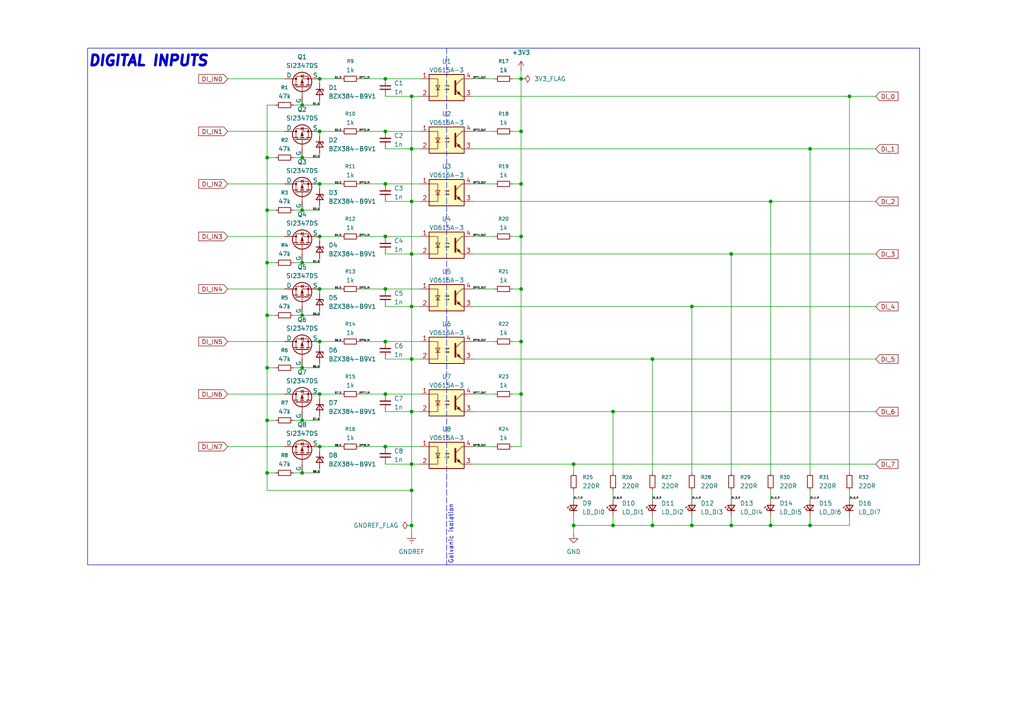
<source format=kicad_sch>
(kicad_sch (version 20250114) (generator "eeschema") (generator_version "9.0")
  (paper "A4")
  (title_block (title "PLC on STM - Digital Input Shield") (date "2026-01-07") (company "Author: Grzegorz Potocki"))
  (rectangle (start 25.4 13.97) (end 266.7 163.83))
  (text "DIGITAL INPUTS" (at 25.4 17.78 0) (effects (font (size 3 3) (thickness 2) (bold yes) (italic yes)) (justify left)))
  (text "Galvanic isolation" (at 130.81 154.94 90) (effects (font (size 1.27 1.27))))
  (junction (at 119.38 43.18))
  (junction (at 92.71 22.86))
  (junction (at 92.71 129.54))
  (junction (at 92.71 53.34))
  (junction (at 212.09 73.66))
  (junction (at 119.38 88.9))
  (junction (at 111.76 83.82))
  (junction (at 111.76 53.34))
  (junction (at 92.71 38.1))
  (junction (at 119.38 119.38))
  (junction (at 119.38 142.24))
  (junction (at 189.23 152.4))
  (junction (at 119.38 152.4))
  (junction (at 111.76 68.58))
  (junction (at 87.63 45.72))
  (junction (at 77.47 121.92))
  (junction (at 77.47 137.16))
  (junction (at 87.63 91.44))
  (junction (at 177.8 119.38))
  (junction (at 92.71 68.58))
  (junction (at 119.38 73.66))
  (junction (at 77.47 60.96))
  (junction (at 189.23 104.14))
  (junction (at 87.63 137.16))
  (junction (at 111.76 114.3))
  (junction (at 246.38 27.94))
  (junction (at 87.63 60.96))
  (junction (at 87.63 106.68))
  (junction (at 77.47 76.2))
  (junction (at 111.76 22.86))
  (junction (at 151.13 114.3))
  (junction (at 151.13 53.34))
  (junction (at 234.95 43.18))
  (junction (at 119.38 104.14))
  (junction (at 200.66 152.4))
  (junction (at 177.8 152.4))
  (junction (at 234.95 152.4))
  (junction (at 87.63 76.2))
  (junction (at 119.38 58.42))
  (junction (at 151.13 68.58))
  (junction (at 212.09 152.4))
  (junction (at 87.63 30.48))
  (junction (at 92.71 99.06))
  (junction (at 77.47 45.72))
  (junction (at 111.76 129.54))
  (junction (at 119.38 134.62))
  (junction (at 111.76 99.06))
  (junction (at 223.52 58.42))
  (junction (at 151.13 38.1))
  (junction (at 92.71 114.3))
  (junction (at 223.52 152.4))
  (junction (at 119.38 27.94))
  (junction (at 151.13 99.06))
  (junction (at 77.47 91.44))
  (junction (at 200.66 88.9))
  (junction (at 166.37 152.4))
  (junction (at 111.76 38.1))
  (junction (at 166.37 134.62))
  (junction (at 151.13 83.82))
  (junction (at 87.63 121.92))
  (junction (at 77.47 106.68))
  (junction (at 151.13 22.86))
  (junction (at 92.71 83.82))
  (wire (pts (xy 66.04 99.06) (xy 82.55 99.06)))
  (wire (pts (xy 137.16 58.42) (xy 223.52 58.42)))
  (wire (pts (xy 111.76 114.3) (xy 121.92 114.3)))
  (wire (pts (xy 119.38 73.66) (xy 119.38 88.9)))
  (wire (pts (xy 85.09 76.2) (xy 87.63 76.2)))
  (wire (pts (xy 212.09 152.4) (xy 223.52 152.4)))
  (wire (pts (xy 148.59 114.3) (xy 151.13 114.3)))
  (wire (pts (xy 111.76 43.18) (xy 119.38 43.18)))
  (wire (pts (xy 104.14 22.86) (xy 111.76 22.86)))
  (wire (pts (xy 121.92 119.38) (xy 119.38 119.38)))
  (wire (pts (xy 111.76 88.9) (xy 119.38 88.9)))
  (wire (pts (xy 104.14 114.3) (xy 111.76 114.3)))
  (wire (pts (xy 223.52 152.4) (xy 234.95 152.4)))
  (wire (pts (xy 111.76 53.34) (xy 121.92 53.34)))
  (wire (pts (xy 85.09 45.72) (xy 87.63 45.72)))
  (wire (pts (xy 77.47 60.96) (xy 77.47 76.2)))
  (wire (pts (xy 66.04 114.3) (xy 82.55 114.3)))
  (wire (pts (xy 148.59 38.1) (xy 151.13 38.1)))
  (wire (pts (xy 137.16 134.62) (xy 166.37 134.62)))
  (wire (pts (xy 119.38 43.18) (xy 119.38 58.42)))
  (wire (pts (xy 66.04 38.1) (xy 82.55 38.1)))
  (wire (pts (xy 119.38 119.38) (xy 119.38 134.62)))
  (wire (pts (xy 119.38 134.62) (xy 119.38 142.24)))
  (wire (pts (xy 246.38 27.94) (xy 254 27.94)))
  (wire (pts (xy 137.16 43.18) (xy 234.95 43.18)))
  (wire (pts (xy 212.09 142.24) (xy 212.09 144.78)))
  (wire (pts (xy 177.8 142.24) (xy 177.8 144.78)))
  (wire (pts (xy 137.16 88.9) (xy 200.66 88.9)))
  (wire (pts (xy 77.47 121.92) (xy 80.01 121.92)))
  (wire (pts (xy 111.76 83.82) (xy 121.92 83.82)))
  (wire (pts (xy 92.71 74.93) (xy 92.71 76.2)))
  (wire (pts (xy 92.71 105.41) (xy 92.71 106.68)))
  (wire (pts (xy 66.04 68.58) (xy 82.55 68.58)))
  (wire (pts (xy 212.09 73.66) (xy 254 73.66)))
  (wire (pts (xy 92.71 135.89) (xy 92.71 137.16)))
  (wire (pts (xy 92.71 129.54) (xy 99.06 129.54)))
  (wire (pts (xy 189.23 104.14) (xy 254 104.14)))
  (wire (pts (xy 77.47 137.16) (xy 80.01 137.16)))
  (wire (pts (xy 77.47 76.2) (xy 77.47 91.44)))
  (wire (pts (xy 92.71 38.1) (xy 99.06 38.1)))
  (wire (pts (xy 92.71 106.68) (xy 87.63 106.68)))
  (wire (pts (xy 166.37 142.24) (xy 166.37 144.78)))
  (wire (pts (xy 92.71 114.3) (xy 92.71 115.57)))
  (wire (pts (xy 119.38 152.4) (xy 119.38 154.94)))
  (wire (pts (xy 137.16 27.94) (xy 246.38 27.94)))
  (wire (pts (xy 92.71 83.82) (xy 99.06 83.82)))
  (wire (pts (xy 77.47 76.2) (xy 80.01 76.2)))
  (wire (pts (xy 200.66 152.4) (xy 212.09 152.4)))
  (wire (pts (xy 151.13 68.58) (xy 151.13 83.82)))
  (wire (pts (xy 92.71 53.34) (xy 99.06 53.34)))
  (wire (pts (xy 85.09 30.48) (xy 87.63 30.48)))
  (wire (pts (xy 77.47 30.48) (xy 80.01 30.48)))
  (wire (pts (xy 77.47 45.72) (xy 77.47 60.96)))
  (wire (pts (xy 111.76 22.86) (xy 121.92 22.86)))
  (wire (pts (xy 92.71 120.65) (xy 92.71 121.92)))
  (wire (pts (xy 119.38 104.14) (xy 119.38 119.38)))
  (wire (pts (xy 119.38 58.42) (xy 119.38 73.66)))
  (wire (pts (xy 111.76 38.1) (xy 121.92 38.1)))
  (wire (pts (xy 200.66 142.24) (xy 200.66 144.78)))
  (wire (pts (xy 104.14 99.06) (xy 111.76 99.06)))
  (wire (pts (xy 200.66 88.9) (xy 254 88.9)))
  (wire (pts (xy 223.52 58.42) (xy 223.52 137.16)))
  (wire (pts (xy 77.47 106.68) (xy 77.47 121.92)))
  (wire (pts (xy 234.95 43.18) (xy 234.95 137.16)))
  (wire (pts (xy 104.14 83.82) (xy 111.76 83.82)))
  (wire (pts (xy 104.14 68.58) (xy 111.76 68.58)))
  (wire (pts (xy 119.38 27.94) (xy 119.38 43.18)))
  (wire (pts (xy 137.16 38.1) (xy 143.51 38.1)))
  (wire (pts (xy 151.13 22.86) (xy 151.13 38.1)))
  (wire (pts (xy 66.04 53.34) (xy 82.55 53.34)))
  (wire (pts (xy 104.14 53.34) (xy 111.76 53.34)))
  (wire (pts (xy 148.59 68.58) (xy 151.13 68.58)))
  (wire (pts (xy 92.71 99.06) (xy 99.06 99.06)))
  (wire (pts (xy 200.66 149.86) (xy 200.66 152.4)))
  (wire (pts (xy 121.92 58.42) (xy 119.38 58.42)))
  (wire (pts (xy 85.09 121.92) (xy 87.63 121.92)))
  (wire (pts (xy 137.16 68.58) (xy 143.51 68.58)))
  (wire (pts (xy 92.71 76.2) (xy 87.63 76.2)))
  (wire (pts (xy 92.71 99.06) (xy 92.71 100.33)))
  (wire (pts (xy 121.92 134.62) (xy 119.38 134.62)))
  (wire (pts (xy 234.95 152.4) (xy 246.38 152.4)))
  (wire (pts (xy 151.13 114.3) (xy 151.13 129.54)))
  (wire (pts (xy 111.76 27.94) (xy 119.38 27.94)))
  (wire (pts (xy 66.04 129.54) (xy 82.55 129.54)))
  (wire (pts (xy 151.13 99.06) (xy 148.59 99.06)))
  (wire (pts (xy 151.13 129.54) (xy 148.59 129.54)))
  (wire (pts (xy 234.95 149.86) (xy 234.95 152.4)))
  (wire (pts (xy 151.13 38.1) (xy 151.13 53.34)))
  (wire (pts (xy 92.71 68.58) (xy 99.06 68.58)))
  (wire (pts (xy 151.13 53.34) (xy 151.13 68.58)))
  (wire (pts (xy 246.38 142.24) (xy 246.38 144.78)))
  (wire (pts (xy 92.71 91.44) (xy 87.63 91.44)))
  (wire (pts (xy 92.71 44.45) (xy 92.71 45.72)))
  (wire (pts (xy 92.71 114.3) (xy 99.06 114.3)))
  (wire (pts (xy 77.47 91.44) (xy 77.47 106.68)))
  (wire (pts (xy 77.47 60.96) (xy 80.01 60.96)))
  (wire (pts (xy 121.92 43.18) (xy 119.38 43.18)))
  (wire (pts (xy 121.92 104.14) (xy 119.38 104.14)))
  (wire (pts (xy 151.13 99.06) (xy 151.13 114.3)))
  (wire (pts (xy 92.71 121.92) (xy 87.63 121.92)))
  (wire (pts (xy 177.8 152.4) (xy 189.23 152.4)))
  (wire (pts (xy 148.59 22.86) (xy 151.13 22.86)))
  (wire (pts (xy 148.59 83.82) (xy 151.13 83.82)))
  (wire (pts (xy 137.16 104.14) (xy 189.23 104.14)))
  (wire (pts (xy 77.47 30.48) (xy 77.47 45.72)))
  (wire (pts (xy 137.16 119.38) (xy 177.8 119.38)))
  (wire (pts (xy 166.37 152.4) (xy 166.37 154.94)))
  (wire (pts (xy 137.16 99.06) (xy 143.51 99.06)))
  (wire (pts (xy 85.09 91.44) (xy 87.63 91.44)))
  (wire (pts (xy 166.37 134.62) (xy 166.37 137.16)))
  (wire (pts (xy 148.59 53.34) (xy 151.13 53.34)))
  (wire (pts (xy 137.16 73.66) (xy 212.09 73.66)))
  (wire (pts (xy 189.23 104.14) (xy 189.23 137.16)))
  (wire (pts (xy 177.8 119.38) (xy 177.8 137.16)))
  (wire (pts (xy 189.23 142.24) (xy 189.23 144.78)))
  (wire (pts (xy 177.8 149.86) (xy 177.8 152.4)))
  (wire (pts (xy 151.13 83.82) (xy 151.13 99.06)))
  (wire (pts (xy 85.09 106.68) (xy 87.63 106.68)))
  (wire (pts (xy 77.47 121.92) (xy 77.47 137.16)))
  (wire (pts (xy 137.16 83.82) (xy 143.51 83.82)))
  (wire (pts (xy 177.8 119.38) (xy 254 119.38)))
  (wire (pts (xy 137.16 129.54) (xy 143.51 129.54)))
  (wire (pts (xy 92.71 29.21) (xy 92.71 30.48)))
  (wire (pts (xy 92.71 137.16) (xy 87.63 137.16)))
  (wire (pts (xy 104.14 129.54) (xy 111.76 129.54)))
  (wire (pts (xy 189.23 152.4) (xy 200.66 152.4)))
  (wire (pts (xy 111.76 68.58) (xy 121.92 68.58)))
  (wire (pts (xy 121.92 27.94) (xy 119.38 27.94)))
  (wire (pts (xy 200.66 88.9) (xy 200.66 137.16)))
  (wire (pts (xy 66.04 22.86) (xy 82.55 22.86)))
  (wire (pts (xy 234.95 43.18) (xy 254 43.18)))
  (wire (pts (xy 121.92 88.9) (xy 119.38 88.9)))
  (wire (pts (xy 166.37 134.62) (xy 254 134.62)))
  (wire (pts (xy 246.38 149.86) (xy 246.38 152.4)))
  (wire (pts (xy 111.76 119.38) (xy 119.38 119.38)))
  (wire (pts (xy 92.71 45.72) (xy 87.63 45.72)))
  (wire (pts (xy 234.95 142.24) (xy 234.95 144.78)))
  (wire (pts (xy 104.14 38.1) (xy 111.76 38.1)))
  (wire (pts (xy 111.76 99.06) (xy 121.92 99.06)))
  (wire (pts (xy 92.71 59.69) (xy 92.71 60.96)))
  (wire (pts (xy 151.13 20.32) (xy 151.13 22.86)))
  (wire (pts (xy 119.38 142.24) (xy 119.38 152.4)))
  (wire (pts (xy 137.16 22.86) (xy 143.51 22.86)))
  (wire (pts (xy 92.71 129.54) (xy 92.71 130.81)))
  (wire (pts (xy 77.47 91.44) (xy 80.01 91.44)))
  (wire (pts (xy 223.52 142.24) (xy 223.52 144.78)))
  (polyline (pts (xy 129.54 13.97) (xy 129.54 163.83)) (stroke (width 0) (type dash)))
  (wire (pts (xy 77.47 142.24) (xy 119.38 142.24)))
  (wire (pts (xy 92.71 22.86) (xy 92.71 24.13)))
  (wire (pts (xy 92.71 68.58) (xy 92.71 69.85)))
  (wire (pts (xy 111.76 58.42) (xy 119.38 58.42)))
  (wire (pts (xy 166.37 152.4) (xy 177.8 152.4)))
  (wire (pts (xy 92.71 90.17) (xy 92.71 91.44)))
  (wire (pts (xy 212.09 149.86) (xy 212.09 152.4)))
  (wire (pts (xy 111.76 104.14) (xy 119.38 104.14)))
  (wire (pts (xy 92.71 53.34) (xy 92.71 54.61)))
  (wire (pts (xy 111.76 134.62) (xy 119.38 134.62)))
  (wire (pts (xy 137.16 114.3) (xy 143.51 114.3)))
  (wire (pts (xy 77.47 137.16) (xy 77.47 142.24)))
  (wire (pts (xy 77.47 45.72) (xy 80.01 45.72)))
  (wire (pts (xy 111.76 129.54) (xy 121.92 129.54)))
  (wire (pts (xy 92.71 38.1) (xy 92.71 39.37)))
  (wire (pts (xy 246.38 27.94) (xy 246.38 137.16)))
  (wire (pts (xy 223.52 149.86) (xy 223.52 152.4)))
  (wire (pts (xy 92.71 83.82) (xy 92.71 85.09)))
  (wire (pts (xy 85.09 137.16) (xy 87.63 137.16)))
  (wire (pts (xy 92.71 30.48) (xy 87.63 30.48)))
  (wire (pts (xy 212.09 73.66) (xy 212.09 137.16)))
  (wire (pts (xy 77.47 106.68) (xy 80.01 106.68)))
  (wire (pts (xy 92.71 60.96) (xy 87.63 60.96)))
  (wire (pts (xy 66.04 83.82) (xy 82.55 83.82)))
  (wire (pts (xy 111.76 73.66) (xy 119.38 73.66)))
  (wire (pts (xy 166.37 149.86) (xy 166.37 152.4)))
  (wire (pts (xy 189.23 149.86) (xy 189.23 152.4)))
  (wire (pts (xy 119.38 88.9) (xy 119.38 104.14)))
  (wire (pts (xy 137.16 53.34) (xy 143.51 53.34)))
  (wire (pts (xy 223.52 58.42) (xy 254 58.42)))
  (wire (pts (xy 121.92 73.66) (xy 119.38 73.66)))
  (wire (pts (xy 92.71 22.86) (xy 99.06 22.86)))
  (wire (pts (xy 85.09 60.96) (xy 87.63 60.96)))
  (label "OPT8_IN" (at 104.14 129.54 0) (effects (font (size 0.5 0.5))))
  (label "Q4_S" (at 99.06 68.58 180) (effects (font (size 0.5 0.5))))
  (label "Q4_G" (at 92.71 76.2 180) (effects (font (size 0.5 0.5))))
  (label "OPT5_OUT" (at 137.16 83.82 0) (effects (font (size 0.5 0.5))))
  (label "Q3_G" (at 92.71 60.96 180) (effects (font (size 0.5 0.5))))
  (label "DI_3_R" (at 212.09 144.78 0) (effects (font (size 0.5 0.5))))
  (label "OPT1_IN" (at 104.14 22.86 0) (effects (font (size 0.5 0.5))))
  (label "Q1_S" (at 99.06 22.86 180) (effects (font (size 0.5 0.5))))
  (label "Q5_S" (at 99.06 83.82 180) (effects (font (size 0.5 0.5))))
  (label "Q6_G" (at 92.71 106.68 180) (effects (font (size 0.5 0.5))))
  (label "OPT7_IN" (at 104.14 114.3 0) (effects (font (size 0.5 0.5))))
  (label "DI_2_R" (at 223.52 144.78 0) (effects (font (size 0.5 0.5))))
  (label "DI_5_R" (at 189.23 144.78 0) (effects (font (size 0.5 0.5))))
  (label "OPT3_OUT" (at 137.16 53.34 0) (effects (font (size 0.5 0.5))))
  (label "DI_4_R" (at 200.66 144.78 0) (effects (font (size 0.5 0.5))))
  (label "OPT5_IN" (at 104.14 83.82 0) (effects (font (size 0.5 0.5))))
  (label "OPT3_IN" (at 104.14 53.34 0) (effects (font (size 0.5 0.5))))
  (label "Q3_S" (at 99.06 53.34 180) (effects (font (size 0.5 0.5))))
  (label "DI_7_R" (at 166.37 144.78 0) (effects (font (size 0.5 0.5))))
  (label "OPT6_OUT" (at 137.16 99.06 0) (effects (font (size 0.5 0.5))))
  (label "Q1_G" (at 92.71 30.48 180) (effects (font (size 0.5 0.5))))
  (label "Q5_G" (at 92.71 91.44 180) (effects (font (size 0.5 0.5))))
  (label "Q8_S" (at 99.06 129.54 180) (effects (font (size 0.5 0.5))))
  (label "Q6_S" (at 99.06 99.06 180) (effects (font (size 0.5 0.5))))
  (label "OPT2_IN" (at 104.14 38.1 0) (effects (font (size 0.5 0.5))))
  (label "OPT7_OUT" (at 137.16 114.3 0) (effects (font (size 0.5 0.5))))
  (label "OPT1_OUT" (at 137.16 22.86 0) (effects (font (size 0.5 0.5))))
  (label "Q2_S" (at 99.06 38.1 180) (effects (font (size 0.5 0.5))))
  (label "DI_1_R" (at 234.95 144.78 0) (effects (font (size 0.5 0.5))))
  (label "Q7_S" (at 99.06 114.3 180) (effects (font (size 0.5 0.5))))
  (label "Q8_G" (at 92.71 137.16 180) (effects (font (size 0.5 0.5))))
  (label "OPT4_IN" (at 104.14 68.58 0) (effects (font (size 0.5 0.5))))
  (label "OPT4_OUT" (at 137.16 68.58 0) (effects (font (size 0.5 0.5))))
  (label "Q2_G" (at 92.71 45.72 180) (effects (font (size 0.5 0.5))))
  (label "DI_6_R" (at 177.8 144.78 0) (effects (font (size 0.5 0.5))))
  (label "OPT6_IN" (at 104.14 99.06 0) (effects (font (size 0.5 0.5))))
  (label "Q7_G" (at 92.71 121.92 180) (effects (font (size 0.5 0.5))))
  (label "OPT2_OUT" (at 137.16 38.1 0) (effects (font (size 0.5 0.5))))
  (label "OPT8_OUT" (at 137.16 129.54 0) (effects (font (size 0.5 0.5))))
  (label "DI_0_R" (at 246.38 144.78 0) (effects (font (size 0.5 0.5))))
  (global_label "DI_0" (shape input) (at 254 27.94 0) (property "Intersheetrefs" "${INTERSHEET_REFS}" (effects (hide yes))))
  (global_label "DI_5" (shape input) (at 254 104.14 0) (property "Intersheetrefs" "${INTERSHEET_REFS}" (effects (hide yes))))
  (global_label "DI_1" (shape input) (at 254 43.18 0) (property "Intersheetrefs" "${INTERSHEET_REFS}" (effects (hide yes))))
  (global_label "DI_IN2" (shape input) (at 66.04 53.34 180) (property "Intersheetrefs" "${INTERSHEET_REFS}" (effects (hide yes))))
  (global_label "DI_IN6" (shape input) (at 66.04 114.3 180) (property "Intersheetrefs" "${INTERSHEET_REFS}" (effects (hide yes))))
  (global_label "DI_3" (shape input) (at 254 73.66 0) (property "Intersheetrefs" "${INTERSHEET_REFS}" (effects (hide yes))))
  (global_label "DI_2" (shape input) (at 254 58.42 0) (property "Intersheetrefs" "${INTERSHEET_REFS}" (effects (hide yes))))
  (global_label "DI_IN4" (shape input) (at 66.04 83.82 180) (property "Intersheetrefs" "${INTERSHEET_REFS}" (effects (hide yes))))
  (global_label "DI_IN3" (shape input) (at 66.04 68.58 180) (property "Intersheetrefs" "${INTERSHEET_REFS}" (effects (hide yes))))
  (global_label "DI_IN5" (shape input) (at 66.04 99.06 180) (property "Intersheetrefs" "${INTERSHEET_REFS}" (effects (hide yes))))
  (global_label "DI_7" (shape input) (at 254 134.62 0) (property "Intersheetrefs" "${INTERSHEET_REFS}" (effects (hide yes))))
  (global_label "DI_4" (shape input) (at 254 88.9 0) (property "Intersheetrefs" "${INTERSHEET_REFS}" (effects (hide yes))))
  (global_label "DI_6" (shape input) (at 254 119.38 0) (property "Intersheetrefs" "${INTERSHEET_REFS}" (effects (hide yes))))
  (global_label "DI_IN7" (shape input) (at 66.04 129.54 180) (property "Intersheetrefs" "${INTERSHEET_REFS}" (effects (hide yes))))
  (global_label "DI_IN0" (shape input) (at 66.04 22.86 180) (property "Intersheetrefs" "${INTERSHEET_REFS}" (effects (hide yes))))
  (global_label "DI_IN1" (shape input) (at 66.04 38.1 180) (property "Intersheetrefs" "${INTERSHEET_REFS}" (effects (hide yes))))
  (symbol (lib_id "Device:C_Small") (at 111.76 71.12 180) (unit 1)
    (property "Reference" "C4" (at 114.3 69.8435 0) (effects (justify right)))
    (property "Value" "1n" (at 114.3 72.3835 0) (effects (justify right)))
    (property "Footprint" "Capacitor_SMD:C_0603_1608Metric_Pad1.08x0.95mm_HandSolder" (effects (hide yes)))
    (property "Description" "Unpolarized capacitor, small symbol" (effects (hide yes)))
    (property "Mouser Part Number" "81-GRT1885C1E102JA2D" (effects (hide yes)))
    (property "Mouser Price/Stock" "https://www.mouser.pl/ProductDetail/Murata-Electronics/GRT1885C1E102JA02D?qs=qkDYIeTQ%252BEmh6u7C%2F8a9Fg%3D%3D" (effects (hide yes)))
  )
  (symbol (lib_id "Device:R_Small") (at 82.55 91.44 90) (unit 1)
    (property "Reference" "R5" (at 82.55 86.36 90) (effects (font (size 1.016 1.016))))
    (property "Value" "47k" (at 82.55 88.9 90))
    (property "Footprint" "Resistor_SMD:R_0603_1608Metric_Pad0.98x0.95mm_HandSolder" (effects (hide yes)))
    (property "Description" "Resistor, small symbol" (effects (hide yes)))
    (property "Mouser Part Number" "71-CRCW0603-47K-E3" (effects (hide yes)))
    (property "Mouser Price/Stock" "https://www.mouser.pl/ProductDetail/Vishay/CRCW060347K0FKEA?qs=yJVtgANCw03gcaACf6JZKA%3D%3D" (effects (hide yes)))
  )
  (symbol (lib_id "Device:C_Small") (at 111.76 86.36 180) (unit 1)
    (property "Reference" "C5" (at 114.3 85.0835 0) (effects (justify right)))
    (property "Value" "1n" (at 114.3 87.6235 0) (effects (justify right)))
    (property "Footprint" "Capacitor_SMD:C_0603_1608Metric_Pad1.08x0.95mm_HandSolder" (effects (hide yes)))
    (property "Description" "Unpolarized capacitor, small symbol" (effects (hide yes)))
    (property "Mouser Part Number" "81-GRT1885C1E102JA2D" (effects (hide yes)))
    (property "Mouser Price/Stock" "https://www.mouser.pl/ProductDetail/Murata-Electronics/GRT1885C1E102JA02D?qs=qkDYIeTQ%252BEmh6u7C%2F8a9Fg%3D%3D" (effects (hide yes)))
  )
  (symbol (lib_id "Device:R_Small") (at 101.6 129.54 90) (unit 1)
    (property "Reference" "R16" (at 101.6 124.46 90) (effects (font (size 1.016 1.016))))
    (property "Value" "1k" (at 101.6 127 90))
    (property "Footprint" "Resistor_SMD:R_0603_1608Metric_Pad0.98x0.95mm_HandSolder" (effects (hide yes)))
    (property "Description" "Resistor, small symbol" (effects (hide yes)))
    (property "Mouser Part Number" "71-CRCW06031K00FKED" (effects (hide yes)))
    (property "Mouser Price/Stock" "https://www.mouser.pl/ProductDetail/Vishay/CRCW06031K00FKED?qs=sGAEpiMZZMtlubZbdhIBIKbhzOdzan%2FGTch9K0lp5pQ%3D" (effects (hide yes)))
  )
  (symbol (lib_id "Device:R_Small") (at 82.55 106.68 90) (unit 1)
    (property "Reference" "R6" (at 82.55 101.6 90) (effects (font (size 1.016 1.016))))
    (property "Value" "47k" (at 82.55 104.14 90))
    (property "Footprint" "Resistor_SMD:R_0603_1608Metric_Pad0.98x0.95mm_HandSolder" (effects (hide yes)))
    (property "Description" "Resistor, small symbol" (effects (hide yes)))
    (property "Mouser Part Number" "71-CRCW0603-47K-E3" (effects (hide yes)))
    (property "Mouser Price/Stock" "https://www.mouser.pl/ProductDetail/Vishay/CRCW060347K0FKEA?qs=yJVtgANCw03gcaACf6JZKA%3D%3D" (effects (hide yes)))
  )
  (symbol (lib_id "power:PWR_FLAG") (at 151.13 22.86 270) (mirror x) (unit 1)
    (property "Reference" "#FLG02" (effects (hide yes)))
    (property "Value" "3V3_FLAG" (at 154.94 22.8601 90) (effects (justify left)))
    (property "Description" "Special symbol for telling ERC where power comes from" (effects (hide yes)))
  )
  (symbol (lib_id "Isolator:VO615A-3") (at 129.54 116.84 0) (unit 1)
    (property "Reference" "U7" (at 129.54 109.22 0))
    (property "Value" "VO615A-3" (at 129.54 111.76 0))
    (property "Footprint" "Package_DIP:DIP-4_W8.89mm_SMDSocket_LongPads" (effects (hide yes)))
    (property "Datasheet" "http://www.vishay.com/docs/81753/vo615a.pdf" (effects (hide yes)))
    (property "Description" "DC Optocoupler, Vce 70V, CTR 100-200% @ 10mA, Viso 5000Vrms, DIP4" (effects (hide yes)))
  )
  (symbol (lib_id "Device:C_Small") (at 111.76 55.88 180) (unit 1)
    (property "Reference" "C3" (at 114.3 54.6035 0) (effects (justify right)))
    (property "Value" "1n" (at 114.3 57.1435 0) (effects (justify right)))
    (property "Footprint" "Capacitor_SMD:C_0603_1608Metric_Pad1.08x0.95mm_HandSolder" (effects (hide yes)))
    (property "Description" "Unpolarized capacitor, small symbol" (effects (hide yes)))
    (property "Mouser Part Number" "81-GRT1885C1E102JA2D" (effects (hide yes)))
    (property "Mouser Price/Stock" "https://www.mouser.pl/ProductDetail/Murata-Electronics/GRT1885C1E102JA02D?qs=qkDYIeTQ%252BEmh6u7C%2F8a9Fg%3D%3D" (effects (hide yes)))
  )
  (symbol (lib_id "Device:R_Small") (at 101.6 114.3 90) (unit 1)
    (property "Reference" "R15" (at 101.6 109.22 90) (effects (font (size 1.016 1.016))))
    (property "Value" "1k" (at 101.6 111.76 90))
    (property "Footprint" "Resistor_SMD:R_0603_1608Metric_Pad0.98x0.95mm_HandSolder" (effects (hide yes)))
    (property "Description" "Resistor, small symbol" (effects (hide yes)))
    (property "Mouser Part Number" "71-CRCW06031K00FKED" (effects (hide yes)))
    (property "Mouser Price/Stock" "https://www.mouser.pl/ProductDetail/Vishay/CRCW06031K00FKED?qs=sGAEpiMZZMtlubZbdhIBIKbhzOdzan%2FGTch9K0lp5pQ%3D" (effects (hide yes)))
  )
  (symbol (lib_id "Device:LED_Small") (at 200.66 147.32 90) (unit 1)
    (property "Reference" "D12" (at 203.2 145.9864 90) (effects (justify right)))
    (property "Value" "LD_DI3" (at 203.2 148.5264 90) (effects (justify right)))
    (property "Footprint" "LED_SMD:LED_0603_1608Metric_Pad1.05x0.95mm_HandSolder" (effects (hide yes)))
    (property "Description" "Light emitting diode, small symbol" (effects (hide yes)))
    (property "Sim.Pin" "1=K 2=A" (effects (hide yes)))
    (property "Sim.Pins" "1=K 2=A" (effects (hide yes)))
  )
  (symbol (lib_id "Device:LED_Small") (at 234.95 147.32 90) (unit 1)
    (property "Reference" "D15" (at 237.49 145.9864 90) (effects (justify right)))
    (property "Value" "LD_DI6" (at 237.49 148.5264 90) (effects (justify right)))
    (property "Footprint" "LED_SMD:LED_0603_1608Metric_Pad1.05x0.95mm_HandSolder" (effects (hide yes)))
    (property "Description" "Light emitting diode, small symbol" (effects (hide yes)))
    (property "Sim.Pin" "1=K 2=A" (effects (hide yes)))
    (property "Sim.Pins" "1=K 2=A" (effects (hide yes)))
  )
  (symbol (lib_id "Device:R_Small") (at 82.55 121.92 90) (unit 1)
    (property "Reference" "R7" (at 82.55 116.84 90) (effects (font (size 1.016 1.016))))
    (property "Value" "47k" (at 82.55 119.38 90))
    (property "Footprint" "Resistor_SMD:R_0603_1608Metric_Pad0.98x0.95mm_HandSolder" (effects (hide yes)))
    (property "Description" "Resistor, small symbol" (effects (hide yes)))
    (property "Mouser Part Number" "71-CRCW0603-47K-E3" (effects (hide yes)))
    (property "Mouser Price/Stock" "https://www.mouser.pl/ProductDetail/Vishay/CRCW060347K0FKEA?qs=yJVtgANCw03gcaACf6JZKA%3D%3D" (effects (hide yes)))
  )
  (symbol (lib_id "Isolator:VO615A-3") (at 129.54 101.6 0) (unit 1)
    (property "Reference" "U6" (at 129.54 93.98 0))
    (property "Value" "VO615A-3" (at 129.54 96.52 0))
    (property "Footprint" "Package_DIP:DIP-4_W8.89mm_SMDSocket_LongPads" (effects (hide yes)))
    (property "Datasheet" "http://www.vishay.com/docs/81753/vo615a.pdf" (effects (hide yes)))
    (property "Description" "DC Optocoupler, Vce 70V, CTR 100-200% @ 10mA, Viso 5000Vrms, DIP4" (effects (hide yes)))
  )
  (symbol (lib_id "power:GND") (at 166.37 154.94 0) (unit 1)
    (property "Reference" "#PWR03" (effects (hide yes)))
    (property "Value" "GND" (at 166.37 160.02 0))
    (property "Description" "Power symbol creates a global label with name \"GND\" , ground" (effects (hide yes)))
  )
  (symbol (lib_id "Device:R_Small") (at 82.55 30.48 90) (unit 1)
    (property "Reference" "R1" (at 82.55 25.4 90) (effects (font (size 1.016 1.016))))
    (property "Value" "47k" (at 82.55 27.94 90))
    (property "Footprint" "Resistor_SMD:R_0603_1608Metric_Pad0.98x0.95mm_HandSolder" (effects (hide yes)))
    (property "Description" "Resistor, small symbol" (effects (hide yes)))
    (property "Mouser Part Number" "71-CRCW0603-47K-E3" (effects (hide yes)))
    (property "Mouser Price/Stock" "https://www.mouser.pl/ProductDetail/Vishay/CRCW060347K0FKEA?qs=yJVtgANCw03gcaACf6JZKA%3D%3D" (effects (hide yes)))
  )
  (symbol (lib_id "Device:LED_Small") (at 246.38 147.32 90) (unit 1)
    (property "Reference" "D16" (at 248.92 145.9864 90) (effects (justify right)))
    (property "Value" "LD_DI7" (at 248.92 148.5264 90) (effects (justify right)))
    (property "Footprint" "LED_SMD:LED_0603_1608Metric_Pad1.05x0.95mm_HandSolder" (effects (hide yes)))
    (property "Description" "Light emitting diode, small symbol" (effects (hide yes)))
    (property "Sim.Pin" "1=K 2=A" (effects (hide yes)))
    (property "Sim.Pins" "1=K 2=A" (effects (hide yes)))
  )
  (symbol (lib_id "Simulation_SPICE:PMOS") (at 87.63 25.4 90) (unit 1)
    (property "Reference" "Q1" (at 87.63 16.51 90))
    (property "Value" "SI2347DS" (at 87.63 19.05 90))
    (property "Footprint" "Package_TO_SOT_SMD:SOT-23-3" (effects (hide yes)))
    (property "Datasheet" "https://ngspice.sourceforge.io/docs/ngspice-html-manual/manual.xhtml#cha_MOSFETs" (effects (hide yes)))
    (property "Description" "P-MOSFET transistor, drain/source/gate" (effects (hide yes)))
    (property "Sim.Device" "PMOS" (effects (hide yes)))
    (property "Sim.Type" "VDMOS" (effects (hide yes)))
    (property "Sim.Pins" "1=D 2=G 3=S" (effects (hide yes)))
    (property "Mouser Part Number" "78-SI2347DS-T1-GE3" (effects (hide yes)))
    (property "Mouser Price/Stock" "https://www.mouser.pl/ProductDetail/Vishay-Semiconductors/SI2347DS-T1-GE3?qs=wnm%2FPMJNddFQv4lfacOrcA%3D%3D&srsltid=AfmBOopDsyWPnLpfU6YZIp8ipSPmLuQjMHACLLtnUO4hEaqjtMrrZX5w" (effects (hide yes)))
  )
  (symbol (lib_id "Device:R_Small") (at 82.55 60.96 90) (unit 1)
    (property "Reference" "R3" (at 82.55 55.88 90) (effects (font (size 1.016 1.016))))
    (property "Value" "47k" (at 82.55 58.42 90))
    (property "Footprint" "Resistor_SMD:R_0603_1608Metric_Pad0.98x0.95mm_HandSolder" (effects (hide yes)))
    (property "Description" "Resistor, small symbol" (effects (hide yes)))
    (property "Mouser Part Number" "71-CRCW0603-47K-E3" (effects (hide yes)))
    (property "Mouser Price/Stock" "https://www.mouser.pl/ProductDetail/Vishay/CRCW060347K0FKEA?qs=yJVtgANCw03gcaACf6JZKA%3D%3D" (effects (hide yes)))
  )
  (symbol (lib_id "Device:R_Small") (at 200.66 139.7 0) (unit 1)
    (property "Reference" "R28" (at 203.2 138.4299 0) (effects (font (size 1.016 1.016)) (justify left)))
    (property "Value" "220R" (at 203.2 140.9699 0) (effects (justify left)))
    (property "Footprint" "Resistor_SMD:R_0603_1608Metric_Pad0.98x0.95mm_HandSolder" (effects (hide yes)))
    (property "Description" "Resistor, small symbol" (effects (hide yes)))
    (property "Mouser Part Number" "71-CRCW0603220RFKEAH" (effects (hide yes)))
    (property "Mouser Price/Stock" "https://www.mouser.pl/ProductDetail/Vishay/CRCW0603220RFKEAHP?qs=40TFAHZMFvcgiXjh6lgHwQ%3D%3D" (effects (hide yes)))
  )
  (symbol (lib_id "Simulation_SPICE:PMOS") (at 87.63 132.08 90) (unit 1)
    (property "Reference" "Q8" (at 87.63 123.19 90))
    (property "Value" "SI2347DS" (at 87.63 125.73 90))
    (property "Footprint" "Package_TO_SOT_SMD:SOT-23-3" (effects (hide yes)))
    (property "Datasheet" "https://ngspice.sourceforge.io/docs/ngspice-html-manual/manual.xhtml#cha_MOSFETs" (effects (hide yes)))
    (property "Description" "P-MOSFET transistor, drain/source/gate" (effects (hide yes)))
    (property "Sim.Device" "PMOS" (effects (hide yes)))
    (property "Sim.Type" "VDMOS" (effects (hide yes)))
    (property "Sim.Pins" "1=D 2=G 3=S" (effects (hide yes)))
    (property "Mouser Part Number" "78-SI2347DS-T1-GE3" (effects (hide yes)))
    (property "Mouser Price/Stock" "https://www.mouser.pl/ProductDetail/Vishay-Semiconductors/SI2347DS-T1-GE3?qs=wnm%2FPMJNddFQv4lfacOrcA%3D%3D&srsltid=AfmBOopDsyWPnLpfU6YZIp8ipSPmLuQjMHACLLtnUO4hEaqjtMrrZX5w" (effects (hide yes)))
  )
  (symbol (lib_id "power:GNDREF") (at 119.38 154.94 0) (unit 1)
    (property "Reference" "#PWR01" (effects (hide yes)))
    (property "Value" "GNDREF" (at 119.38 160.02 0))
    (property "Description" "Power symbol creates a global label with name \"GNDREF\" , reference supply ground" (effects (hide yes)))
  )
  (symbol (lib_id "power:PWR_FLAG") (at 119.38 152.4 90) (mirror x) (unit 1)
    (property "Reference" "#FLG01" (effects (hide yes)))
    (property "Value" "GNDREF_FLAG" (at 115.57 152.3999 90) (effects (justify left)))
    (property "Description" "Special symbol for telling ERC where power comes from" (effects (hide yes)))
  )
  (symbol (lib_id "Device:D_Zener_Small") (at 92.71 72.39 270) (unit 1)
    (property "Reference" "D4" (at 95.25 71.1199 90) (effects (justify left)))
    (property "Value" "BZX384-B9V1" (at 95.25 73.6599 90) (effects (justify left)))
    (property "Footprint" "Diode_SMD:D_SOD-323_HandSoldering" (effects (hide yes)))
    (property "Description" "Zener diode, small symbol" (effects (hide yes)))
    (property "Mouser Part Number" "771-BZX384-B9V1-T/R" (effects (hide yes)))
    (property "Mouser Price/Stock" "https://www.mouser.pl/ProductDetail/Nexperia/BZX384-B9V1115?qs=me8TqzrmIYU8vMGEvW1FpQ%3D%3D&srsltid=AfmBOorOcQ51VUInW3IsB9ZnU7QVIlTqiTAtKin9CxP25VTnCjTpXZZi" (effects (hide yes)))
  )
  (symbol (lib_id "Device:R_Small") (at 82.55 76.2 90) (unit 1)
    (property "Reference" "R4" (at 82.55 71.12 90) (effects (font (size 1.016 1.016))))
    (property "Value" "47k" (at 82.55 73.66 90))
    (property "Footprint" "Resistor_SMD:R_0603_1608Metric_Pad0.98x0.95mm_HandSolder" (effects (hide yes)))
    (property "Description" "Resistor, small symbol" (effects (hide yes)))
    (property "Mouser Part Number" "71-CRCW0603-47K-E3" (effects (hide yes)))
    (property "Mouser Price/Stock" "https://www.mouser.pl/ProductDetail/Vishay/CRCW060347K0FKEA?qs=yJVtgANCw03gcaACf6JZKA%3D%3D" (effects (hide yes)))
  )
  (symbol (lib_id "Simulation_SPICE:PMOS") (at 87.63 40.64 90) (unit 1)
    (property "Reference" "Q2" (at 87.63 31.75 90))
    (property "Value" "SI2347DS" (at 87.63 34.29 90))
    (property "Footprint" "Package_TO_SOT_SMD:SOT-23-3" (effects (hide yes)))
    (property "Datasheet" "https://ngspice.sourceforge.io/docs/ngspice-html-manual/manual.xhtml#cha_MOSFETs" (effects (hide yes)))
    (property "Description" "P-MOSFET transistor, drain/source/gate" (effects (hide yes)))
    (property "Sim.Device" "PMOS" (effects (hide yes)))
    (property "Sim.Type" "VDMOS" (effects (hide yes)))
    (property "Sim.Pins" "1=D 2=G 3=S" (effects (hide yes)))
    (property "Mouser Part Number" "78-SI2347DS-T1-GE3" (effects (hide yes)))
    (property "Mouser Price/Stock" "https://www.mouser.pl/ProductDetail/Vishay-Semiconductors/SI2347DS-T1-GE3?qs=wnm%2FPMJNddFQv4lfacOrcA%3D%3D&srsltid=AfmBOopDsyWPnLpfU6YZIp8ipSPmLuQjMHACLLtnUO4hEaqjtMrrZX5w" (effects (hide yes)))
  )
  (symbol (lib_id "Device:D_Zener_Small") (at 92.71 26.67 270) (unit 1)
    (property "Reference" "D1" (at 95.25 25.3999 90) (effects (justify left)))
    (property "Value" "BZX384-B9V1" (at 95.25 27.9399 90) (effects (justify left)))
    (property "Footprint" "Diode_SMD:D_SOD-323_HandSoldering" (effects (hide yes)))
    (property "Description" "Zener diode, small symbol" (effects (hide yes)))
    (property "Mouser Part Number" "771-BZX384-B9V1-T/R" (effects (hide yes)))
    (property "Mouser Price/Stock" "https://www.mouser.pl/ProductDetail/Nexperia/BZX384-B9V1115?qs=me8TqzrmIYU8vMGEvW1FpQ%3D%3D&srsltid=AfmBOorOcQ51VUInW3IsB9ZnU7QVIlTqiTAtKin9CxP25VTnCjTpXZZi" (effects (hide yes)))
  )
  (symbol (lib_id "Device:R_Small") (at 146.05 22.86 90) (unit 1)
    (property "Reference" "R17" (at 146.05 17.78 90) (effects (font (size 1.016 1.016))))
    (property "Value" "1k" (at 146.05 20.32 90))
    (property "Footprint" "Resistor_SMD:R_0603_1608Metric_Pad0.98x0.95mm_HandSolder" (effects (hide yes)))
    (property "Description" "Resistor, small symbol" (effects (hide yes)))
    (property "Mouser Part Number" "71-CRCW06031K00FKED" (effects (hide yes)))
    (property "Mouser Price/Stock" "https://www.mouser.pl/ProductDetail/Vishay/CRCW06031K00FKED?qs=sGAEpiMZZMtlubZbdhIBIKbhzOdzan%2FGTch9K0lp5pQ%3D" (effects (hide yes)))
  )
  (symbol (lib_id "Device:LED_Small") (at 212.09 147.32 90) (unit 1)
    (property "Reference" "D13" (at 214.63 145.9864 90) (effects (justify right)))
    (property "Value" "LD_DI4" (at 214.63 148.5264 90) (effects (justify right)))
    (property "Footprint" "LED_SMD:LED_0603_1608Metric_Pad1.05x0.95mm_HandSolder" (effects (hide yes)))
    (property "Description" "Light emitting diode, small symbol" (effects (hide yes)))
    (property "Sim.Pin" "1=K 2=A" (effects (hide yes)))
    (property "Sim.Pins" "1=K 2=A" (effects (hide yes)))
  )
  (symbol (lib_id "Device:R_Small") (at 101.6 53.34 90) (unit 1)
    (property "Reference" "R11" (at 101.6 48.26 90) (effects (font (size 1.016 1.016))))
    (property "Value" "1k" (at 101.6 50.8 90))
    (property "Footprint" "Resistor_SMD:R_0603_1608Metric_Pad0.98x0.95mm_HandSolder" (effects (hide yes)))
    (property "Description" "Resistor, small symbol" (effects (hide yes)))
    (property "Mouser Part Number" "71-CRCW06031K00FKED" (effects (hide yes)))
    (property "Mouser Price/Stock" "https://www.mouser.pl/ProductDetail/Vishay/CRCW06031K00FKED?qs=sGAEpiMZZMtlubZbdhIBIKbhzOdzan%2FGTch9K0lp5pQ%3D" (effects (hide yes)))
  )
  (symbol (lib_id "Device:R_Small") (at 146.05 114.3 90) (unit 1)
    (property "Reference" "R23" (at 146.05 109.22 90) (effects (font (size 1.016 1.016))))
    (property "Value" "1k" (at 146.05 111.76 90))
    (property "Footprint" "Resistor_SMD:R_0603_1608Metric_Pad0.98x0.95mm_HandSolder" (effects (hide yes)))
    (property "Description" "Resistor, small symbol" (effects (hide yes)))
    (property "Mouser Part Number" "71-CRCW06031K00FKED" (effects (hide yes)))
    (property "Mouser Price/Stock" "https://www.mouser.pl/ProductDetail/Vishay/CRCW06031K00FKED?qs=sGAEpiMZZMtlubZbdhIBIKbhzOdzan%2FGTch9K0lp5pQ%3D" (effects (hide yes)))
  )
  (symbol (lib_id "Isolator:VO615A-3") (at 129.54 40.64 0) (unit 1)
    (property "Reference" "U2" (at 129.54 33.02 0))
    (property "Value" "VO615A-3" (at 129.54 35.56 0))
    (property "Footprint" "Package_DIP:DIP-4_W8.89mm_SMDSocket_LongPads" (effects (hide yes)))
    (property "Datasheet" "http://www.vishay.com/docs/81753/vo615a.pdf" (effects (hide yes)))
    (property "Description" "DC Optocoupler, Vce 70V, CTR 100-200% @ 10mA, Viso 5000Vrms, DIP4" (effects (hide yes)))
  )
  (symbol (lib_id "Device:R_Small") (at 146.05 99.06 90) (unit 1)
    (property "Reference" "R22" (at 146.05 93.98 90) (effects (font (size 1.016 1.016))))
    (property "Value" "1k" (at 146.05 96.52 90))
    (property "Footprint" "Resistor_SMD:R_0603_1608Metric_Pad0.98x0.95mm_HandSolder" (effects (hide yes)))
    (property "Description" "Resistor, small symbol" (effects (hide yes)))
    (property "Mouser Part Number" "71-CRCW06031K00FKED" (effects (hide yes)))
    (property "Mouser Price/Stock" "https://www.mouser.pl/ProductDetail/Vishay/CRCW06031K00FKED?qs=sGAEpiMZZMtlubZbdhIBIKbhzOdzan%2FGTch9K0lp5pQ%3D" (effects (hide yes)))
  )
  (symbol (lib_id "Device:C_Small") (at 111.76 40.64 180) (unit 1)
    (property "Reference" "C2" (at 114.3 39.3635 0) (effects (justify right)))
    (property "Value" "1n" (at 114.3 41.9035 0) (effects (justify right)))
    (property "Footprint" "Capacitor_SMD:C_0603_1608Metric_Pad1.08x0.95mm_HandSolder" (effects (hide yes)))
    (property "Description" "Unpolarized capacitor, small symbol" (effects (hide yes)))
    (property "Mouser Part Number" "81-GRT1885C1E102JA2D" (effects (hide yes)))
    (property "Mouser Price/Stock" "https://www.mouser.pl/ProductDetail/Murata-Electronics/GRT1885C1E102JA02D?qs=qkDYIeTQ%252BEmh6u7C%2F8a9Fg%3D%3D" (effects (hide yes)))
  )
  (symbol (lib_id "Device:D_Zener_Small") (at 92.71 133.35 270) (unit 1)
    (property "Reference" "D8" (at 95.25 132.0799 90) (effects (justify left)))
    (property "Value" "BZX384-B9V1" (at 95.25 134.6199 90) (effects (justify left)))
    (property "Footprint" "Diode_SMD:D_SOD-323_HandSoldering" (effects (hide yes)))
    (property "Description" "Zener diode, small symbol" (effects (hide yes)))
    (property "Mouser Part Number" "771-BZX384-B9V1-T/R" (effects (hide yes)))
    (property "Mouser Price/Stock" "https://www.mouser.pl/ProductDetail/Nexperia/BZX384-B9V1115?qs=me8TqzrmIYU8vMGEvW1FpQ%3D%3D&srsltid=AfmBOorOcQ51VUInW3IsB9ZnU7QVIlTqiTAtKin9CxP25VTnCjTpXZZi" (effects (hide yes)))
  )
  (symbol (lib_id "Device:R_Small") (at 101.6 68.58 90) (unit 1)
    (property "Reference" "R12" (at 101.6 63.5 90) (effects (font (size 1.016 1.016))))
    (property "Value" "1k" (at 101.6 66.04 90))
    (property "Footprint" "Resistor_SMD:R_0603_1608Metric_Pad0.98x0.95mm_HandSolder" (effects (hide yes)))
    (property "Description" "Resistor, small symbol" (effects (hide yes)))
    (property "Mouser Part Number" "71-CRCW06031K00FKED" (effects (hide yes)))
    (property "Mouser Price/Stock" "https://www.mouser.pl/ProductDetail/Vishay/CRCW06031K00FKED?qs=sGAEpiMZZMtlubZbdhIBIKbhzOdzan%2FGTch9K0lp5pQ%3D" (effects (hide yes)))
  )
  (symbol (lib_id "Device:R_Small") (at 146.05 83.82 90) (unit 1)
    (property "Reference" "R21" (at 146.05 78.74 90) (effects (font (size 1.016 1.016))))
    (property "Value" "1k" (at 146.05 81.28 90))
    (property "Footprint" "Resistor_SMD:R_0603_1608Metric_Pad0.98x0.95mm_HandSolder" (effects (hide yes)))
    (property "Description" "Resistor, small symbol" (effects (hide yes)))
    (property "Mouser Part Number" "71-CRCW06031K00FKED" (effects (hide yes)))
    (property "Mouser Price/Stock" "https://www.mouser.pl/ProductDetail/Vishay/CRCW06031K00FKED?qs=sGAEpiMZZMtlubZbdhIBIKbhzOdzan%2FGTch9K0lp5pQ%3D" (effects (hide yes)))
  )
  (symbol (lib_id "Device:R_Small") (at 166.37 139.7 0) (unit 1)
    (property "Reference" "R25" (at 168.91 138.4299 0) (effects (font (size 1.016 1.016)) (justify left)))
    (property "Value" "220R" (at 168.91 140.9699 0) (effects (justify left)))
    (property "Footprint" "Resistor_SMD:R_0603_1608Metric_Pad0.98x0.95mm_HandSolder" (effects (hide yes)))
    (property "Description" "Resistor, small symbol" (effects (hide yes)))
    (property "Mouser Part Number" "71-CRCW0603220RFKEAH" (effects (hide yes)))
    (property "Mouser Price/Stock" "https://www.mouser.pl/ProductDetail/Vishay/CRCW0603220RFKEAHP?qs=40TFAHZMFvcgiXjh6lgHwQ%3D%3D" (effects (hide yes)))
  )
  (symbol (lib_id "Isolator:VO615A-3") (at 129.54 86.36 0) (unit 1)
    (property "Reference" "U5" (at 129.54 78.74 0))
    (property "Value" "VO615A-3" (at 129.54 81.28 0))
    (property "Footprint" "Package_DIP:DIP-4_W8.89mm_SMDSocket_LongPads" (effects (hide yes)))
    (property "Datasheet" "http://www.vishay.com/docs/81753/vo615a.pdf" (effects (hide yes)))
    (property "Description" "DC Optocoupler, Vce 70V, CTR 100-200% @ 10mA, Viso 5000Vrms, DIP4" (effects (hide yes)))
  )
  (symbol (lib_id "Device:R_Small") (at 101.6 83.82 90) (unit 1)
    (property "Reference" "R13" (at 101.6 78.74 90) (effects (font (size 1.016 1.016))))
    (property "Value" "1k" (at 101.6 81.28 90))
    (property "Footprint" "Resistor_SMD:R_0603_1608Metric_Pad0.98x0.95mm_HandSolder" (effects (hide yes)))
    (property "Description" "Resistor, small symbol" (effects (hide yes)))
    (property "Mouser Part Number" "71-CRCW06031K00FKED" (effects (hide yes)))
    (property "Mouser Price/Stock" "https://www.mouser.pl/ProductDetail/Vishay/CRCW06031K00FKED?qs=sGAEpiMZZMtlubZbdhIBIKbhzOdzan%2FGTch9K0lp5pQ%3D" (effects (hide yes)))
  )
  (symbol (lib_id "Device:D_Zener_Small") (at 92.71 118.11 270) (unit 1)
    (property "Reference" "D7" (at 95.25 116.8399 90) (effects (justify left)))
    (property "Value" "BZX384-B9V1" (at 95.25 119.3799 90) (effects (justify left)))
    (property "Footprint" "Diode_SMD:D_SOD-323_HandSoldering" (effects (hide yes)))
    (property "Description" "Zener diode, small symbol" (effects (hide yes)))
    (property "Mouser Part Number" "771-BZX384-B9V1-T/R" (effects (hide yes)))
    (property "Mouser Price/Stock" "https://www.mouser.pl/ProductDetail/Nexperia/BZX384-B9V1115?qs=me8TqzrmIYU8vMGEvW1FpQ%3D%3D&srsltid=AfmBOorOcQ51VUInW3IsB9ZnU7QVIlTqiTAtKin9CxP25VTnCjTpXZZi" (effects (hide yes)))
  )
  (symbol (lib_id "Device:R_Small") (at 101.6 22.86 90) (unit 1)
    (property "Reference" "R9" (at 101.6 17.78 90) (effects (font (size 1.016 1.016))))
    (property "Value" "1k" (at 101.6 20.32 90))
    (property "Footprint" "Resistor_SMD:R_0603_1608Metric_Pad0.98x0.95mm_HandSolder" (effects (hide yes)))
    (property "Description" "Resistor, small symbol" (effects (hide yes)))
    (property "Mouser Part Number" "71-CRCW06031K00FKED" (effects (hide yes)))
    (property "Mouser Price/Stock" "https://www.mouser.pl/ProductDetail/Vishay/CRCW06031K00FKED?qs=sGAEpiMZZMtlubZbdhIBIKbhzOdzan%2FGTch9K0lp5pQ%3D" (effects (hide yes)))
  )
  (symbol (lib_id "Simulation_SPICE:PMOS") (at 87.63 55.88 90) (unit 1)
    (property "Reference" "Q3" (at 87.63 46.99 90))
    (property "Value" "SI2347DS" (at 87.63 49.53 90))
    (property "Footprint" "Package_TO_SOT_SMD:SOT-23-3" (effects (hide yes)))
    (property "Datasheet" "https://ngspice.sourceforge.io/docs/ngspice-html-manual/manual.xhtml#cha_MOSFETs" (effects (hide yes)))
    (property "Description" "P-MOSFET transistor, drain/source/gate" (effects (hide yes)))
    (property "Sim.Device" "PMOS" (effects (hide yes)))
    (property "Sim.Type" "VDMOS" (effects (hide yes)))
    (property "Sim.Pins" "1=D 2=G 3=S" (effects (hide yes)))
    (property "Mouser Part Number" "78-SI2347DS-T1-GE3" (effects (hide yes)))
    (property "Mouser Price/Stock" "https://www.mouser.pl/ProductDetail/Vishay-Semiconductors/SI2347DS-T1-GE3?qs=wnm%2FPMJNddFQv4lfacOrcA%3D%3D&srsltid=AfmBOopDsyWPnLpfU6YZIp8ipSPmLuQjMHACLLtnUO4hEaqjtMrrZX5w" (effects (hide yes)))
  )
  (symbol (lib_id "Device:D_Zener_Small") (at 92.71 87.63 270) (unit 1)
    (property "Reference" "D5" (at 95.25 86.3599 90) (effects (justify left)))
    (property "Value" "BZX384-B9V1" (at 95.25 88.8999 90) (effects (justify left)))
    (property "Footprint" "Diode_SMD:D_SOD-323_HandSoldering" (effects (hide yes)))
    (property "Description" "Zener diode, small symbol" (effects (hide yes)))
    (property "Mouser Part Number" "771-BZX384-B9V1-T/R" (effects (hide yes)))
    (property "Mouser Price/Stock" "https://www.mouser.pl/ProductDetail/Nexperia/BZX384-B9V1115?qs=me8TqzrmIYU8vMGEvW1FpQ%3D%3D&srsltid=AfmBOorOcQ51VUInW3IsB9ZnU7QVIlTqiTAtKin9CxP25VTnCjTpXZZi" (effects (hide yes)))
  )
  (symbol (lib_id "Device:R_Small") (at 189.23 139.7 0) (unit 1)
    (property "Reference" "R27" (at 191.77 138.4299 0) (effects (font (size 1.016 1.016)) (justify left)))
    (property "Value" "220R" (at 191.77 140.9699 0) (effects (justify left)))
    (property "Footprint" "Resistor_SMD:R_0603_1608Metric_Pad0.98x0.95mm_HandSolder" (effects (hide yes)))
    (property "Description" "Resistor, small symbol" (effects (hide yes)))
    (property "Mouser Part Number" "71-CRCW0603220RFKEAH" (effects (hide yes)))
    (property "Mouser Price/Stock" "https://www.mouser.pl/ProductDetail/Vishay/CRCW0603220RFKEAHP?qs=40TFAHZMFvcgiXjh6lgHwQ%3D%3D" (effects (hide yes)))
  )
  (symbol (lib_id "Device:R_Small") (at 101.6 38.1 90) (unit 1)
    (property "Reference" "R10" (at 101.6 33.02 90) (effects (font (size 1.016 1.016))))
    (property "Value" "1k" (at 101.6 35.56 90))
    (property "Footprint" "Resistor_SMD:R_0603_1608Metric_Pad0.98x0.95mm_HandSolder" (effects (hide yes)))
    (property "Description" "Resistor, small symbol" (effects (hide yes)))
    (property "Mouser Part Number" "71-CRCW06031K00FKED" (effects (hide yes)))
    (property "Mouser Price/Stock" "https://www.mouser.pl/ProductDetail/Vishay/CRCW06031K00FKED?qs=sGAEpiMZZMtlubZbdhIBIKbhzOdzan%2FGTch9K0lp5pQ%3D" (effects (hide yes)))
  )
  (symbol (lib_id "Device:D_Zener_Small") (at 92.71 102.87 270) (unit 1)
    (property "Reference" "D6" (at 95.25 101.5999 90) (effects (justify left)))
    (property "Value" "BZX384-B9V1" (at 95.25 104.1399 90) (effects (justify left)))
    (property "Footprint" "Diode_SMD:D_SOD-323_HandSoldering" (effects (hide yes)))
    (property "Description" "Zener diode, small symbol" (effects (hide yes)))
    (property "Mouser Part Number" "771-BZX384-B9V1-T/R" (effects (hide yes)))
    (property "Mouser Price/Stock" "https://www.mouser.pl/ProductDetail/Nexperia/BZX384-B9V1115?qs=me8TqzrmIYU8vMGEvW1FpQ%3D%3D&srsltid=AfmBOorOcQ51VUInW3IsB9ZnU7QVIlTqiTAtKin9CxP25VTnCjTpXZZi" (effects (hide yes)))
  )
  (symbol (lib_id "Device:C_Small") (at 111.76 101.6 180) (unit 1)
    (property "Reference" "C6" (at 114.3 100.3235 0) (effects (justify right)))
    (property "Value" "1n" (at 114.3 102.8635 0) (effects (justify right)))
    (property "Footprint" "Capacitor_SMD:C_0603_1608Metric_Pad1.08x0.95mm_HandSolder" (effects (hide yes)))
    (property "Description" "Unpolarized capacitor, small symbol" (effects (hide yes)))
    (property "Mouser Part Number" "81-GRT1885C1E102JA2D" (effects (hide yes)))
    (property "Mouser Price/Stock" "https://www.mouser.pl/ProductDetail/Murata-Electronics/GRT1885C1E102JA02D?qs=qkDYIeTQ%252BEmh6u7C%2F8a9Fg%3D%3D" (effects (hide yes)))
  )
  (symbol (lib_id "Device:R_Small") (at 246.38 139.7 0) (unit 1)
    (property "Reference" "R32" (at 248.92 138.4299 0) (effects (font (size 1.016 1.016)) (justify left)))
    (property "Value" "220R" (at 248.92 140.9699 0) (effects (justify left)))
    (property "Footprint" "Resistor_SMD:R_0603_1608Metric_Pad0.98x0.95mm_HandSolder" (effects (hide yes)))
    (property "Description" "Resistor, small symbol" (effects (hide yes)))
    (property "Mouser Part Number" "71-CRCW0603220RFKEAH" (effects (hide yes)))
    (property "Mouser Price/Stock" "https://www.mouser.pl/ProductDetail/Vishay/CRCW0603220RFKEAHP?qs=40TFAHZMFvcgiXjh6lgHwQ%3D%3D" (effects (hide yes)))
  )
  (symbol (lib_id "Isolator:VO615A-3") (at 129.54 25.4 0) (unit 1)
    (property "Reference" "U1" (at 129.54 17.78 0))
    (property "Value" "VO615A-3" (at 129.54 20.32 0))
    (property "Footprint" "Package_DIP:DIP-4_W8.89mm_SMDSocket_LongPads" (effects (hide yes)))
    (property "Datasheet" "http://www.vishay.com/docs/81753/vo615a.pdf" (effects (hide yes)))
    (property "Description" "DC Optocoupler, Vce 70V, CTR 100-200% @ 10mA, Viso 5000Vrms, DIP4" (effects (hide yes)))
  )
  (symbol (lib_id "Simulation_SPICE:PMOS") (at 87.63 71.12 90) (unit 1)
    (property "Reference" "Q4" (at 87.63 62.23 90))
    (property "Value" "SI2347DS" (at 87.63 64.77 90))
    (property "Footprint" "Package_TO_SOT_SMD:SOT-23-3" (effects (hide yes)))
    (property "Datasheet" "https://ngspice.sourceforge.io/docs/ngspice-html-manual/manual.xhtml#cha_MOSFETs" (effects (hide yes)))
    (property "Description" "P-MOSFET transistor, drain/source/gate" (effects (hide yes)))
    (property "Sim.Device" "PMOS" (effects (hide yes)))
    (property "Sim.Type" "VDMOS" (effects (hide yes)))
    (property "Sim.Pins" "1=D 2=G 3=S" (effects (hide yes)))
    (property "Mouser Part Number" "78-SI2347DS-T1-GE3" (effects (hide yes)))
    (property "Mouser Price/Stock" "https://www.mouser.pl/ProductDetail/Vishay-Semiconductors/SI2347DS-T1-GE3?qs=wnm%2FPMJNddFQv4lfacOrcA%3D%3D&srsltid=AfmBOopDsyWPnLpfU6YZIp8ipSPmLuQjMHACLLtnUO4hEaqjtMrrZX5w" (effects (hide yes)))
  )
  (symbol (lib_id "Device:R_Small") (at 177.8 139.7 0) (unit 1)
    (property "Reference" "R26" (at 180.34 138.4299 0) (effects (font (size 1.016 1.016)) (justify left)))
    (property "Value" "220R" (at 180.34 140.9699 0) (effects (justify left)))
    (property "Footprint" "Resistor_SMD:R_0603_1608Metric_Pad0.98x0.95mm_HandSolder" (effects (hide yes)))
    (property "Description" "Resistor, small symbol" (effects (hide yes)))
    (property "Mouser Part Number" "71-CRCW0603220RFKEAH" (effects (hide yes)))
    (property "Mouser Price/Stock" "https://www.mouser.pl/ProductDetail/Vishay/CRCW0603220RFKEAHP?qs=40TFAHZMFvcgiXjh6lgHwQ%3D%3D" (effects (hide yes)))
  )
  (symbol (lib_id "Isolator:VO615A-3") (at 129.54 55.88 0) (unit 1)
    (property "Reference" "U3" (at 129.54 48.26 0))
    (property "Value" "VO615A-3" (at 129.54 50.8 0))
    (property "Footprint" "Package_DIP:DIP-4_W8.89mm_SMDSocket_LongPads" (effects (hide yes)))
    (property "Datasheet" "http://www.vishay.com/docs/81753/vo615a.pdf" (effects (hide yes)))
    (property "Description" "DC Optocoupler, Vce 70V, CTR 100-200% @ 10mA, Viso 5000Vrms, DIP4" (effects (hide yes)))
  )
  (symbol (lib_id "Simulation_SPICE:PMOS") (at 87.63 116.84 90) (unit 1)
    (property "Reference" "Q7" (at 87.63 107.95 90))
    (property "Value" "SI2347DS" (at 87.63 110.49 90))
    (property "Footprint" "Package_TO_SOT_SMD:SOT-23-3" (effects (hide yes)))
    (property "Datasheet" "https://ngspice.sourceforge.io/docs/ngspice-html-manual/manual.xhtml#cha_MOSFETs" (effects (hide yes)))
    (property "Description" "P-MOSFET transistor, drain/source/gate" (effects (hide yes)))
    (property "Sim.Device" "PMOS" (effects (hide yes)))
    (property "Sim.Type" "VDMOS" (effects (hide yes)))
    (property "Sim.Pins" "1=D 2=G 3=S" (effects (hide yes)))
    (property "Mouser Part Number" "78-SI2347DS-T1-GE3" (effects (hide yes)))
    (property "Mouser Price/Stock" "https://www.mouser.pl/ProductDetail/Vishay-Semiconductors/SI2347DS-T1-GE3?qs=wnm%2FPMJNddFQv4lfacOrcA%3D%3D&srsltid=AfmBOopDsyWPnLpfU6YZIp8ipSPmLuQjMHACLLtnUO4hEaqjtMrrZX5w" (effects (hide yes)))
  )
  (symbol (lib_id "Device:R_Small") (at 146.05 38.1 90) (unit 1)
    (property "Reference" "R18" (at 146.05 33.02 90) (effects (font (size 1.016 1.016))))
    (property "Value" "1k" (at 146.05 35.56 90))
    (property "Footprint" "Resistor_SMD:R_0603_1608Metric_Pad0.98x0.95mm_HandSolder" (effects (hide yes)))
    (property "Description" "Resistor, small symbol" (effects (hide yes)))
    (property "Mouser Part Number" "71-CRCW06031K00FKED" (effects (hide yes)))
    (property "Mouser Price/Stock" "https://www.mouser.pl/ProductDetail/Vishay/CRCW06031K00FKED?qs=sGAEpiMZZMtlubZbdhIBIKbhzOdzan%2FGTch9K0lp5pQ%3D" (effects (hide yes)))
  )
  (symbol (lib_id "Device:C_Small") (at 111.76 116.84 180) (unit 1)
    (property "Reference" "C7" (at 114.3 115.5635 0) (effects (justify right)))
    (property "Value" "1n" (at 114.3 118.1035 0) (effects (justify right)))
    (property "Footprint" "Capacitor_SMD:C_0603_1608Metric_Pad1.08x0.95mm_HandSolder" (effects (hide yes)))
    (property "Description" "Unpolarized capacitor, small symbol" (effects (hide yes)))
    (property "Mouser Part Number" "81-GRT1885C1E102JA2D" (effects (hide yes)))
    (property "Mouser Price/Stock" "https://www.mouser.pl/ProductDetail/Murata-Electronics/GRT1885C1E102JA02D?qs=qkDYIeTQ%252BEmh6u7C%2F8a9Fg%3D%3D" (effects (hide yes)))
  )
  (symbol (lib_id "Device:D_Zener_Small") (at 92.71 41.91 270) (unit 1)
    (property "Reference" "D2" (at 95.25 40.6399 90) (effects (justify left)))
    (property "Value" "BZX384-B9V1" (at 95.25 43.1799 90) (effects (justify left)))
    (property "Footprint" "Diode_SMD:D_SOD-323_HandSoldering" (effects (hide yes)))
    (property "Description" "Zener diode, small symbol" (effects (hide yes)))
    (property "Mouser Part Number" "771-BZX384-B9V1-T/R" (effects (hide yes)))
    (property "Mouser Price/Stock" "https://www.mouser.pl/ProductDetail/Nexperia/BZX384-B9V1115?qs=me8TqzrmIYU8vMGEvW1FpQ%3D%3D&srsltid=AfmBOorOcQ51VUInW3IsB9ZnU7QVIlTqiTAtKin9CxP25VTnCjTpXZZi" (effects (hide yes)))
  )
  (symbol (lib_id "Device:R_Small") (at 101.6 99.06 90) (unit 1)
    (property "Reference" "R14" (at 101.6 93.98 90) (effects (font (size 1.016 1.016))))
    (property "Value" "1k" (at 101.6 96.52 90))
    (property "Footprint" "Resistor_SMD:R_0603_1608Metric_Pad0.98x0.95mm_HandSolder" (effects (hide yes)))
    (property "Description" "Resistor, small symbol" (effects (hide yes)))
    (property "Mouser Part Number" "71-CRCW06031K00FKED" (effects (hide yes)))
    (property "Mouser Price/Stock" "https://www.mouser.pl/ProductDetail/Vishay/CRCW06031K00FKED?qs=sGAEpiMZZMtlubZbdhIBIKbhzOdzan%2FGTch9K0lp5pQ%3D" (effects (hide yes)))
  )
  (symbol (lib_id "Device:R_Small") (at 212.09 139.7 0) (unit 1)
    (property "Reference" "R29" (at 214.63 138.4299 0) (effects (font (size 1.016 1.016)) (justify left)))
    (property "Value" "220R" (at 214.63 140.9699 0) (effects (justify left)))
    (property "Footprint" "Resistor_SMD:R_0603_1608Metric_Pad0.98x0.95mm_HandSolder" (effects (hide yes)))
    (property "Description" "Resistor, small symbol" (effects (hide yes)))
    (property "Mouser Part Number" "71-CRCW0603220RFKEAH" (effects (hide yes)))
    (property "Mouser Price/Stock" "https://www.mouser.pl/ProductDetail/Vishay/CRCW0603220RFKEAHP?qs=40TFAHZMFvcgiXjh6lgHwQ%3D%3D" (effects (hide yes)))
  )
  (symbol (lib_id "Isolator:VO615A-3") (at 129.54 132.08 0) (unit 1)
    (property "Reference" "U8" (at 129.54 124.46 0))
    (property "Value" "VO615A-3" (at 129.54 127 0))
    (property "Footprint" "Package_DIP:DIP-4_W8.89mm_SMDSocket_LongPads" (effects (hide yes)))
    (property "Datasheet" "http://www.vishay.com/docs/81753/vo615a.pdf" (effects (hide yes)))
    (property "Description" "DC Optocoupler, Vce 70V, CTR 100-200% @ 10mA, Viso 5000Vrms, DIP4" (effects (hide yes)))
  )
  (symbol (lib_id "Simulation_SPICE:PMOS") (at 87.63 101.6 90) (unit 1)
    (property "Reference" "Q6" (at 87.63 92.71 90))
    (property "Value" "SI2347DS" (at 87.63 95.25 90))
    (property "Footprint" "Package_TO_SOT_SMD:SOT-23-3" (effects (hide yes)))
    (property "Datasheet" "https://ngspice.sourceforge.io/docs/ngspice-html-manual/manual.xhtml#cha_MOSFETs" (effects (hide yes)))
    (property "Description" "P-MOSFET transistor, drain/source/gate" (effects (hide yes)))
    (property "Sim.Device" "PMOS" (effects (hide yes)))
    (property "Sim.Type" "VDMOS" (effects (hide yes)))
    (property "Sim.Pins" "1=D 2=G 3=S" (effects (hide yes)))
    (property "Mouser Part Number" "78-SI2347DS-T1-GE3" (effects (hide yes)))
    (property "Mouser Price/Stock" "https://www.mouser.pl/ProductDetail/Vishay-Semiconductors/SI2347DS-T1-GE3?qs=wnm%2FPMJNddFQv4lfacOrcA%3D%3D&srsltid=AfmBOopDsyWPnLpfU6YZIp8ipSPmLuQjMHACLLtnUO4hEaqjtMrrZX5w" (effects (hide yes)))
  )
  (symbol (lib_id "power:+3V3") (at 151.13 20.32 0) (unit 1)
    (property "Reference" "#PWR02" (effects (hide yes)))
    (property "Value" "+3V3" (at 151.13 15.24 0))
    (property "Description" "Power symbol creates a global label with name \"+3V3\"" (effects (hide yes)))
  )
  (symbol (lib_id "Simulation_SPICE:PMOS") (at 87.63 86.36 90) (unit 1)
    (property "Reference" "Q5" (at 87.63 77.47 90))
    (property "Value" "SI2347DS" (at 87.63 80.01 90))
    (property "Footprint" "Package_TO_SOT_SMD:SOT-23-3" (effects (hide yes)))
    (property "Datasheet" "https://ngspice.sourceforge.io/docs/ngspice-html-manual/manual.xhtml#cha_MOSFETs" (effects (hide yes)))
    (property "Description" "P-MOSFET transistor, drain/source/gate" (effects (hide yes)))
    (property "Sim.Device" "PMOS" (effects (hide yes)))
    (property "Sim.Type" "VDMOS" (effects (hide yes)))
    (property "Sim.Pins" "1=D 2=G 3=S" (effects (hide yes)))
    (property "Mouser Part Number" "78-SI2347DS-T1-GE3" (effects (hide yes)))
    (property "Mouser Price/Stock" "https://www.mouser.pl/ProductDetail/Vishay-Semiconductors/SI2347DS-T1-GE3?qs=wnm%2FPMJNddFQv4lfacOrcA%3D%3D&srsltid=AfmBOopDsyWPnLpfU6YZIp8ipSPmLuQjMHACLLtnUO4hEaqjtMrrZX5w" (effects (hide yes)))
  )
  (symbol (lib_id "Device:C_Small") (at 111.76 132.08 180) (unit 1)
    (property "Reference" "C8" (at 114.3 130.8035 0) (effects (justify right)))
    (property "Value" "1n" (at 114.3 133.3435 0) (effects (justify right)))
    (property "Footprint" "Capacitor_SMD:C_0603_1608Metric_Pad1.08x0.95mm_HandSolder" (effects (hide yes)))
    (property "Description" "Unpolarized capacitor, small symbol" (effects (hide yes)))
    (property "Mouser Part Number" "81-GRT1885C1E102JA2D" (effects (hide yes)))
    (property "Mouser Price/Stock" "https://www.mouser.pl/ProductDetail/Murata-Electronics/GRT1885C1E102JA02D?qs=qkDYIeTQ%252BEmh6u7C%2F8a9Fg%3D%3D" (effects (hide yes)))
  )
  (symbol (lib_id "Device:R_Small") (at 82.55 137.16 90) (unit 1)
    (property "Reference" "R8" (at 82.55 132.08 90) (effects (font (size 1.016 1.016))))
    (property "Value" "47k" (at 82.55 134.62 90))
    (property "Footprint" "Resistor_SMD:R_0603_1608Metric_Pad0.98x0.95mm_HandSolder" (effects (hide yes)))
    (property "Description" "Resistor, small symbol" (effects (hide yes)))
    (property "Mouser Part Number" "71-CRCW0603-47K-E3" (effects (hide yes)))
    (property "Mouser Price/Stock" "https://www.mouser.pl/ProductDetail/Vishay/CRCW060347K0FKEA?qs=yJVtgANCw03gcaACf6JZKA%3D%3D" (effects (hide yes)))
  )
  (symbol (lib_id "Device:R_Small") (at 146.05 53.34 90) (unit 1)
    (property "Reference" "R19" (at 146.05 48.26 90) (effects (font (size 1.016 1.016))))
    (property "Value" "1k" (at 146.05 50.8 90))
    (property "Footprint" "Resistor_SMD:R_0603_1608Metric_Pad0.98x0.95mm_HandSolder" (effects (hide yes)))
    (property "Description" "Resistor, small symbol" (effects (hide yes)))
    (property "Mouser Part Number" "71-CRCW06031K00FKED" (effects (hide yes)))
    (property "Mouser Price/Stock" "https://www.mouser.pl/ProductDetail/Vishay/CRCW06031K00FKED?qs=sGAEpiMZZMtlubZbdhIBIKbhzOdzan%2FGTch9K0lp5pQ%3D" (effects (hide yes)))
  )
  (symbol (lib_id "Device:LED_Small") (at 189.23 147.32 90) (unit 1)
    (property "Reference" "D11" (at 191.77 145.9864 90) (effects (justify right)))
    (property "Value" "LD_DI2" (at 191.77 148.5264 90) (effects (justify right)))
    (property "Footprint" "LED_SMD:LED_0603_1608Metric_Pad1.05x0.95mm_HandSolder" (effects (hide yes)))
    (property "Description" "Light emitting diode, small symbol" (effects (hide yes)))
    (property "Sim.Pin" "1=K 2=A" (effects (hide yes)))
    (property "Sim.Pins" "1=K 2=A" (effects (hide yes)))
  )
  (symbol (lib_id "Device:R_Small") (at 223.52 139.7 0) (unit 1)
    (property "Reference" "R30" (at 226.06 138.4299 0) (effects (font (size 1.016 1.016)) (justify left)))
    (property "Value" "220R" (at 226.06 140.9699 0) (effects (justify left)))
    (property "Footprint" "Resistor_SMD:R_0603_1608Metric_Pad0.98x0.95mm_HandSolder" (effects (hide yes)))
    (property "Description" "Resistor, small symbol" (effects (hide yes)))
    (property "Mouser Part Number" "71-CRCW0603220RFKEAH" (effects (hide yes)))
    (property "Mouser Price/Stock" "https://www.mouser.pl/ProductDetail/Vishay/CRCW0603220RFKEAHP?qs=40TFAHZMFvcgiXjh6lgHwQ%3D%3D" (effects (hide yes)))
  )
  (symbol (lib_id "Device:LED_Small") (at 166.37 147.32 90) (unit 1)
    (property "Reference" "D9" (at 168.91 145.9864 90) (effects (justify right)))
    (property "Value" "LD_DI0" (at 168.91 148.5264 90) (effects (justify right)))
    (property "Footprint" "LED_SMD:LED_0603_1608Metric_Pad1.05x0.95mm_HandSolder" (effects (hide yes)))
    (property "Description" "Light emitting diode, small symbol" (effects (hide yes)))
    (property "Sim.Pin" "1=K 2=A" (effects (hide yes)))
    (property "Sim.Pins" "1=K 2=A" (effects (hide yes)))
  )
  (symbol (lib_id "Device:C_Small") (at 111.76 25.4 180) (unit 1)
    (property "Reference" "C1" (at 114.3 24.1235 0) (effects (justify right)))
    (property "Value" "1n" (at 114.3 26.6635 0) (effects (justify right)))
    (property "Footprint" "Capacitor_SMD:C_0603_1608Metric_Pad1.08x0.95mm_HandSolder" (effects (hide yes)))
    (property "Description" "Unpolarized capacitor, small symbol" (effects (hide yes)))
    (property "Mouser Part Number" "81-GRT1885C1E102JA2D" (effects (hide yes)))
    (property "Mouser Price/Stock" "https://www.mouser.pl/ProductDetail/Murata-Electronics/GRT1885C1E102JA02D?qs=qkDYIeTQ%252BEmh6u7C%2F8a9Fg%3D%3D" (effects (hide yes)))
  )
  (symbol (lib_id "Device:LED_Small") (at 177.8 147.32 90) (unit 1)
    (property "Reference" "D10" (at 180.34 145.9864 90) (effects (justify right)))
    (property "Value" "LD_DI1" (at 180.34 148.5264 90) (effects (justify right)))
    (property "Footprint" "LED_SMD:LED_0603_1608Metric_Pad1.05x0.95mm_HandSolder" (effects (hide yes)))
    (property "Description" "Light emitting diode, small symbol" (effects (hide yes)))
    (property "Sim.Pin" "1=K 2=A" (effects (hide yes)))
    (property "Sim.Pins" "1=K 2=A" (effects (hide yes)))
  )
  (symbol (lib_id "Device:R_Small") (at 82.55 45.72 90) (unit 1)
    (property "Reference" "R2" (at 82.55 40.64 90) (effects (font (size 1.016 1.016))))
    (property "Value" "47k" (at 82.55 43.18 90))
    (property "Footprint" "Resistor_SMD:R_0603_1608Metric_Pad0.98x0.95mm_HandSolder" (effects (hide yes)))
    (property "Description" "Resistor, small symbol" (effects (hide yes)))
    (property "Mouser Part Number" "71-CRCW0603-47K-E3" (effects (hide yes)))
    (property "Mouser Price/Stock" "https://www.mouser.pl/ProductDetail/Vishay/CRCW060347K0FKEA?qs=yJVtgANCw03gcaACf6JZKA%3D%3D" (effects (hide yes)))
  )
  (symbol (lib_id "Device:R_Small") (at 146.05 129.54 90) (unit 1)
    (property "Reference" "R24" (at 146.05 124.46 90) (effects (font (size 1.016 1.016))))
    (property "Value" "1k" (at 146.05 127 90))
    (property "Footprint" "Resistor_SMD:R_0603_1608Metric_Pad0.98x0.95mm_HandSolder" (effects (hide yes)))
    (property "Description" "Resistor, small symbol" (effects (hide yes)))
    (property "Mouser Part Number" "71-CRCW06031K00FKED" (effects (hide yes)))
    (property "Mouser Price/Stock" "https://www.mouser.pl/ProductDetail/Vishay/CRCW06031K00FKED?qs=sGAEpiMZZMtlubZbdhIBIKbhzOdzan%2FGTch9K0lp5pQ%3D" (effects (hide yes)))
  )
  (symbol (lib_id "Device:D_Zener_Small") (at 92.71 57.15 270) (unit 1)
    (property "Reference" "D3" (at 95.25 55.8799 90) (effects (justify left)))
    (property "Value" "BZX384-B9V1" (at 95.25 58.4199 90) (effects (justify left)))
    (property "Footprint" "Diode_SMD:D_SOD-323_HandSoldering" (effects (hide yes)))
    (property "Description" "Zener diode, small symbol" (effects (hide yes)))
    (property "Mouser Part Number" "771-BZX384-B9V1-T/R" (effects (hide yes)))
    (property "Mouser Price/Stock" "https://www.mouser.pl/ProductDetail/Nexperia/BZX384-B9V1115?qs=me8TqzrmIYU8vMGEvW1FpQ%3D%3D&srsltid=AfmBOorOcQ51VUInW3IsB9ZnU7QVIlTqiTAtKin9CxP25VTnCjTpXZZi" (effects (hide yes)))
  )
  (symbol (lib_id "Isolator:VO615A-3") (at 129.54 71.12 0) (unit 1)
    (property "Reference" "U4" (at 129.54 63.5 0))
    (property "Value" "VO615A-3" (at 129.54 66.04 0))
    (property "Footprint" "Package_DIP:DIP-4_W8.89mm_SMDSocket_LongPads" (effects (hide yes)))
    (property "Datasheet" "http://www.vishay.com/docs/81753/vo615a.pdf" (effects (hide yes)))
    (property "Description" "DC Optocoupler, Vce 70V, CTR 100-200% @ 10mA, Viso 5000Vrms, DIP4" (effects (hide yes)))
  )
  (symbol (lib_id "Device:LED_Small") (at 223.52 147.32 90) (unit 1)
    (property "Reference" "D14" (at 226.06 145.9864 90) (effects (justify right)))
    (property "Value" "LD_DI5" (at 226.06 148.5264 90) (effects (justify right)))
    (property "Footprint" "LED_SMD:LED_0603_1608Metric_Pad1.05x0.95mm_HandSolder" (effects (hide yes)))
    (property "Description" "Light emitting diode, small symbol" (effects (hide yes)))
    (property "Sim.Pin" "1=K 2=A" (effects (hide yes)))
    (property "Sim.Pins" "1=K 2=A" (effects (hide yes)))
  )
  (symbol (lib_id "Device:R_Small") (at 234.95 139.7 0) (unit 1)
    (property "Reference" "R31" (at 237.49 138.4299 0) (effects (font (size 1.016 1.016)) (justify left)))
    (property "Value" "220R" (at 237.49 140.9699 0) (effects (justify left)))
    (property "Footprint" "Resistor_SMD:R_0603_1608Metric_Pad0.98x0.95mm_HandSolder" (effects (hide yes)))
    (property "Description" "Resistor, small symbol" (effects (hide yes)))
    (property "Mouser Part Number" "71-CRCW0603220RFKEAH" (effects (hide yes)))
    (property "Mouser Price/Stock" "https://www.mouser.pl/ProductDetail/Vishay/CRCW0603220RFKEAHP?qs=40TFAHZMFvcgiXjh6lgHwQ%3D%3D" (effects (hide yes)))
  )
  (symbol (lib_id "Device:R_Small") (at 146.05 68.58 90) (unit 1)
    (property "Reference" "R20" (at 146.05 63.5 90) (effects (font (size 1.016 1.016))))
    (property "Value" "1k" (at 146.05 66.04 90))
    (property "Footprint" "Resistor_SMD:R_0603_1608Metric_Pad0.98x0.95mm_HandSolder" (effects (hide yes)))
    (property "Description" "Resistor, small symbol" (effects (hide yes)))
    (property "Mouser Part Number" "71-CRCW06031K00FKED" (effects (hide yes)))
    (property "Mouser Price/Stock" "https://www.mouser.pl/ProductDetail/Vishay/CRCW06031K00FKED?qs=sGAEpiMZZMtlubZbdhIBIKbhzOdzan%2FGTch9K0lp5pQ%3D" (effects (hide yes)))
  )
)
</source>
